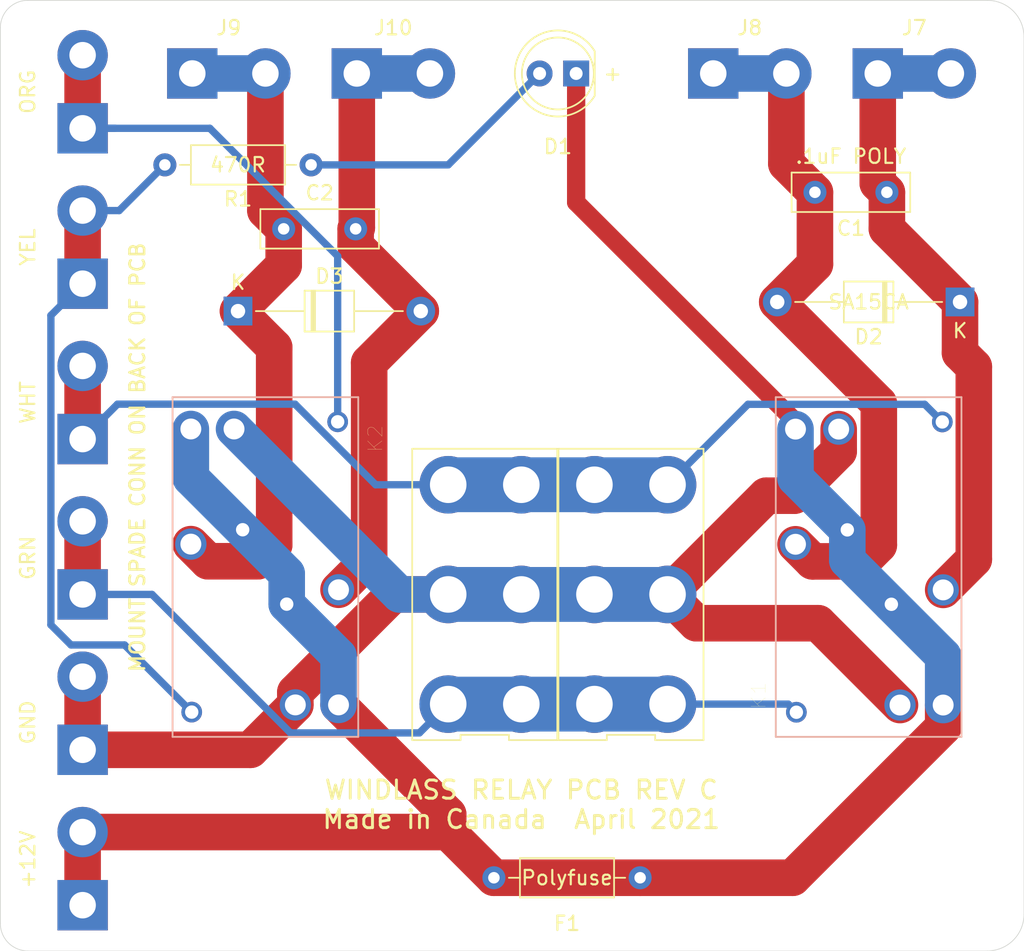
<source format=kicad_pcb>
(kicad_pcb (version 20171130) (host pcbnew "(5.1.9)-1")

  (general
    (thickness 1.6)
    (drawings 22)
    (tracks 111)
    (zones 0)
    (modules 21)
    (nets 12)
  )

  (page A4)
  (layers
    (0 F.Cu signal)
    (31 B.Cu signal)
    (32 B.Adhes user hide)
    (33 F.Adhes user hide)
    (34 B.Paste user hide)
    (35 F.Paste user hide)
    (36 B.SilkS user)
    (37 F.SilkS user)
    (38 B.Mask user hide)
    (39 F.Mask user hide)
    (40 Dwgs.User user hide)
    (41 Cmts.User user hide)
    (42 Eco1.User user hide)
    (43 Eco2.User user hide)
    (44 Edge.Cuts user)
    (45 Margin user hide)
    (46 B.CrtYd user hide)
    (47 F.CrtYd user hide)
    (48 B.Fab user)
    (49 F.Fab user hide)
  )

  (setup
    (last_trace_width 2.54)
    (user_trace_width 0.508)
    (user_trace_width 1.27)
    (user_trace_width 2.54)
    (user_trace_width 3.81)
    (trace_clearance 0.2)
    (zone_clearance 0.508)
    (zone_45_only no)
    (trace_min 0.2)
    (via_size 0.8)
    (via_drill 0.4)
    (via_min_size 0.4)
    (via_min_drill 0.3)
    (uvia_size 0.3)
    (uvia_drill 0.1)
    (uvias_allowed no)
    (uvia_min_size 0.2)
    (uvia_min_drill 0.1)
    (edge_width 0.05)
    (segment_width 0.2)
    (pcb_text_width 0.3)
    (pcb_text_size 1.5 1.5)
    (mod_edge_width 0.12)
    (mod_text_size 1 1)
    (mod_text_width 0.15)
    (pad_size 3.50012 3.50012)
    (pad_drill 1.50114)
    (pad_to_mask_clearance 0.051)
    (solder_mask_min_width 0.25)
    (aux_axis_origin 0 0)
    (visible_elements 7FFFFFFF)
    (pcbplotparams
      (layerselection 0x010ec_ffffffff)
      (usegerberextensions false)
      (usegerberattributes false)
      (usegerberadvancedattributes false)
      (creategerberjobfile false)
      (excludeedgelayer true)
      (linewidth 0.100000)
      (plotframeref false)
      (viasonmask false)
      (mode 1)
      (useauxorigin false)
      (hpglpennumber 1)
      (hpglpenspeed 20)
      (hpglpendiameter 15.000000)
      (psnegative false)
      (psa4output false)
      (plotreference true)
      (plotvalue true)
      (plotinvisibletext false)
      (padsonsilk false)
      (subtractmaskfromsilk false)
      (outputformat 1)
      (mirror false)
      (drillshape 0)
      (scaleselection 1)
      (outputdirectory ""))
  )

  (net 0 "")
  (net 1 "Net-(C1-Pad1)")
  (net 2 "Net-(C1-Pad2)")
  (net 3 +12V)
  (net 4 "Net-(D1-Pad2)")
  (net 5 GNDREF)
  (net 6 "Net-(J3-Pad1)")
  (net 7 "Net-(J4-Pad1)")
  (net 8 "Net-(J5-Pad1)")
  (net 9 "Net-(C2-Pad2)")
  (net 10 "Net-(C2-Pad1)")
  (net 11 "Net-(J6-Pad1)")

  (net_class Default "This is the default net class."
    (clearance 0.2)
    (trace_width 0.25)
    (via_dia 0.8)
    (via_drill 0.4)
    (uvia_dia 0.3)
    (uvia_drill 0.1)
    (add_net +12V)
    (add_net GNDREF)
    (add_net "Net-(C1-Pad1)")
    (add_net "Net-(C1-Pad2)")
    (add_net "Net-(C2-Pad1)")
    (add_net "Net-(C2-Pad2)")
    (add_net "Net-(D1-Pad2)")
    (add_net "Net-(J3-Pad1)")
    (add_net "Net-(J4-Pad1)")
    (add_net "Net-(J5-Pad1)")
    (add_net "Net-(J6-Pad1)")
  )

  (module "IML parts:250spadeconn" (layer F.Cu) (tedit 607B2E1F) (tstamp 5ECDDC1D)
    (at 124.46 65.405)
    (descr "Wire solder connection")
    (tags connector)
    (path /5ED62514)
    (fp_text reference J7 (at 2.54 -3.175) (layer F.SilkS)
      (effects (font (size 1 1) (thickness 0.15)))
    )
    (fp_text value A (at 2.54 3.81) (layer F.Fab)
      (effects (font (size 1 1) (thickness 0.15)))
    )
    (fp_text user %R (at 2.54 0) (layer F.Fab)
      (effects (font (size 1 1) (thickness 0.15)))
    )
    (fp_line (start 7.33 2.25) (end -2.25 2.25) (layer F.CrtYd) (width 0.05))
    (fp_line (start 7.33 2.25) (end 7.33 -2.25) (layer F.CrtYd) (width 0.05))
    (fp_line (start -2.25 -2.25) (end -2.25 2.25) (layer F.CrtYd) (width 0.05))
    (fp_line (start -2.25 -2.25) (end 7.33 -2.25) (layer F.CrtYd) (width 0.05))
    (pad 1 thru_hole circle (at 5.08 0) (size 3.50012 3.50012) (drill 1.84) (layers *.Cu *.Mask)
      (net 1 "Net-(C1-Pad1)"))
    (pad 1 thru_hole rect (at 0 0) (size 3.50012 3.50012) (drill 1.84) (layers *.Cu *.Mask)
      (net 1 "Net-(C1-Pad1)"))
  )

  (module "IML parts:250spadeconn" (layer F.Cu) (tedit 607B2E1F) (tstamp 5ECDDC28)
    (at 113.03 65.405)
    (descr "Wire solder connection")
    (tags connector)
    (path /5ED6299A)
    (fp_text reference J8 (at 2.54 -3.175) (layer F.SilkS)
      (effects (font (size 1 1) (thickness 0.15)))
    )
    (fp_text value B (at 2.54 3.81) (layer F.Fab)
      (effects (font (size 1 1) (thickness 0.15)))
    )
    (fp_text user %R (at 2.54 0) (layer F.Fab)
      (effects (font (size 1 1) (thickness 0.15)))
    )
    (fp_line (start 7.33 2.25) (end -2.25 2.25) (layer F.CrtYd) (width 0.05))
    (fp_line (start 7.33 2.25) (end 7.33 -2.25) (layer F.CrtYd) (width 0.05))
    (fp_line (start -2.25 -2.25) (end -2.25 2.25) (layer F.CrtYd) (width 0.05))
    (fp_line (start -2.25 -2.25) (end 7.33 -2.25) (layer F.CrtYd) (width 0.05))
    (pad 1 thru_hole circle (at 5.08 0) (size 3.50012 3.50012) (drill 1.84) (layers *.Cu *.Mask)
      (net 2 "Net-(C1-Pad2)"))
    (pad 1 thru_hole rect (at 0 0) (size 3.50012 3.50012) (drill 1.84) (layers *.Cu *.Mask)
      (net 2 "Net-(C1-Pad2)"))
  )

  (module "IML parts:250spadeconn" (layer F.Cu) (tedit 607B2E1F) (tstamp 607BEF3A)
    (at 88.265 65.405)
    (descr "Wire solder connection")
    (tags connector)
    (path /607FF9D0)
    (fp_text reference J10 (at 2.54 -3.175) (layer F.SilkS)
      (effects (font (size 1 1) (thickness 0.15)))
    )
    (fp_text value B (at 2.54 3.81) (layer F.Fab)
      (effects (font (size 1 1) (thickness 0.15)))
    )
    (fp_text user %R (at 2.54 0) (layer F.Fab)
      (effects (font (size 1 1) (thickness 0.15)))
    )
    (fp_line (start 7.33 2.25) (end -2.25 2.25) (layer F.CrtYd) (width 0.05))
    (fp_line (start 7.33 2.25) (end 7.33 -2.25) (layer F.CrtYd) (width 0.05))
    (fp_line (start -2.25 -2.25) (end -2.25 2.25) (layer F.CrtYd) (width 0.05))
    (fp_line (start -2.25 -2.25) (end 7.33 -2.25) (layer F.CrtYd) (width 0.05))
    (pad 1 thru_hole circle (at 5.08 0) (size 3.50012 3.50012) (drill 1.84) (layers *.Cu *.Mask)
      (net 9 "Net-(C2-Pad2)"))
    (pad 1 thru_hole rect (at 0 0) (size 3.50012 3.50012) (drill 1.84) (layers *.Cu *.Mask)
      (net 9 "Net-(C2-Pad2)"))
  )

  (module "IML parts:250spadeconn" (layer F.Cu) (tedit 607B2E1F) (tstamp 607BEF2F)
    (at 76.835 65.405)
    (descr "Wire solder connection")
    (tags connector)
    (path /607FF9C6)
    (fp_text reference J9 (at 2.54 -3.175) (layer F.SilkS)
      (effects (font (size 1 1) (thickness 0.15)))
    )
    (fp_text value A (at 2.54 3.81) (layer F.Fab)
      (effects (font (size 1 1) (thickness 0.15)))
    )
    (fp_text user %R (at 2.54 0) (layer F.Fab)
      (effects (font (size 1 1) (thickness 0.15)))
    )
    (fp_line (start 7.33 2.25) (end -2.25 2.25) (layer F.CrtYd) (width 0.05))
    (fp_line (start 7.33 2.25) (end 7.33 -2.25) (layer F.CrtYd) (width 0.05))
    (fp_line (start -2.25 -2.25) (end -2.25 2.25) (layer F.CrtYd) (width 0.05))
    (fp_line (start -2.25 -2.25) (end 7.33 -2.25) (layer F.CrtYd) (width 0.05))
    (pad 1 thru_hole circle (at 5.08 0) (size 3.50012 3.50012) (drill 1.84) (layers *.Cu *.Mask)
      (net 10 "Net-(C2-Pad1)"))
    (pad 1 thru_hole rect (at 0 0) (size 3.50012 3.50012) (drill 1.84) (layers *.Cu *.Mask)
      (net 10 "Net-(C2-Pad1)"))
  )

  (module "IML parts:250spadeconn" (layer F.Cu) (tedit 607B2E1F) (tstamp 5ECDDBE6)
    (at 69.215 123.19 90)
    (descr "Wire solder connection")
    (tags connector)
    (path /5ED3A48C)
    (fp_text reference J1 (at -3.175 0 180) (layer F.Fab)
      (effects (font (size 1 1) (thickness 0.15)))
    )
    (fp_text value +12V (at 3.175 -3.81 90) (layer F.SilkS)
      (effects (font (size 1 1) (thickness 0.15)))
    )
    (fp_text user %R (at 2.54 0 90) (layer F.Fab)
      (effects (font (size 1 1) (thickness 0.15)))
    )
    (fp_line (start 7.33 2.25) (end -2.25 2.25) (layer F.CrtYd) (width 0.05))
    (fp_line (start 7.33 2.25) (end 7.33 -2.25) (layer F.CrtYd) (width 0.05))
    (fp_line (start -2.25 -2.25) (end -2.25 2.25) (layer F.CrtYd) (width 0.05))
    (fp_line (start -2.25 -2.25) (end 7.33 -2.25) (layer F.CrtYd) (width 0.05))
    (pad 1 thru_hole circle (at 5.08 0 90) (size 3.50012 3.50012) (drill 1.84) (layers *.Cu *.Mask)
      (net 3 +12V))
    (pad 1 thru_hole rect (at 0 0 90) (size 3.50012 3.50012) (drill 1.84) (layers *.Cu *.Mask)
      (net 3 +12V))
  )

  (module "IML parts:250spadeconn" (layer F.Cu) (tedit 607B2E1F) (tstamp 5ECDDBF1)
    (at 69.215 112.395 90)
    (descr "Wire solder connection")
    (tags connector)
    (path /5ED3AAC2)
    (fp_text reference J2 (at -3.175 0 180) (layer F.Fab)
      (effects (font (size 1 1) (thickness 0.15)))
    )
    (fp_text value GND (at 1.905 -3.81 90) (layer F.SilkS)
      (effects (font (size 1 1) (thickness 0.15)))
    )
    (fp_text user %R (at 2.54 0 90) (layer F.Fab)
      (effects (font (size 1 1) (thickness 0.15)))
    )
    (fp_line (start 7.33 2.25) (end -2.25 2.25) (layer F.CrtYd) (width 0.05))
    (fp_line (start 7.33 2.25) (end 7.33 -2.25) (layer F.CrtYd) (width 0.05))
    (fp_line (start -2.25 -2.25) (end -2.25 2.25) (layer F.CrtYd) (width 0.05))
    (fp_line (start -2.25 -2.25) (end 7.33 -2.25) (layer F.CrtYd) (width 0.05))
    (pad 1 thru_hole circle (at 5.08 0 90) (size 3.50012 3.50012) (drill 1.84) (layers *.Cu *.Mask)
      (net 5 GNDREF))
    (pad 1 thru_hole rect (at 0 0 90) (size 3.50012 3.50012) (drill 1.84) (layers *.Cu *.Mask)
      (net 5 GNDREF))
  )

  (module "IML parts:250spadeconn" (layer F.Cu) (tedit 607B2E1F) (tstamp 5ECDDBFC)
    (at 69.215 101.6 90)
    (descr "Wire solder connection")
    (tags connector)
    (path /5ED3B239)
    (fp_text reference J3 (at -3.175 0 180) (layer F.Fab)
      (effects (font (size 1 1) (thickness 0.15)))
    )
    (fp_text value GRN (at 2.54 -3.81 90) (layer F.SilkS)
      (effects (font (size 1 1) (thickness 0.15)))
    )
    (fp_text user %R (at 2.54 0 90) (layer F.Fab)
      (effects (font (size 1 1) (thickness 0.15)))
    )
    (fp_line (start 7.33 2.25) (end -2.25 2.25) (layer F.CrtYd) (width 0.05))
    (fp_line (start 7.33 2.25) (end 7.33 -2.25) (layer F.CrtYd) (width 0.05))
    (fp_line (start -2.25 -2.25) (end -2.25 2.25) (layer F.CrtYd) (width 0.05))
    (fp_line (start -2.25 -2.25) (end 7.33 -2.25) (layer F.CrtYd) (width 0.05))
    (pad 1 thru_hole circle (at 5.08 0 90) (size 3.50012 3.50012) (drill 1.84) (layers *.Cu *.Mask)
      (net 6 "Net-(J3-Pad1)"))
    (pad 1 thru_hole rect (at 0 0 90) (size 3.50012 3.50012) (drill 1.84) (layers *.Cu *.Mask)
      (net 6 "Net-(J3-Pad1)"))
  )

  (module "IML parts:250spadeconn" (layer F.Cu) (tedit 607B2E1F) (tstamp 5ECDDC07)
    (at 69.215 90.805 90)
    (descr "Wire solder connection")
    (tags connector)
    (path /5ED3B8E2)
    (fp_text reference J4 (at -3.175 0 180) (layer F.Fab)
      (effects (font (size 1 1) (thickness 0.15)))
    )
    (fp_text value WHT (at 2.54 -3.81 90) (layer F.SilkS)
      (effects (font (size 1 1) (thickness 0.15)))
    )
    (fp_text user %R (at 2.54 0 90) (layer F.Fab)
      (effects (font (size 1 1) (thickness 0.15)))
    )
    (fp_line (start 7.33 2.25) (end -2.25 2.25) (layer F.CrtYd) (width 0.05))
    (fp_line (start 7.33 2.25) (end 7.33 -2.25) (layer F.CrtYd) (width 0.05))
    (fp_line (start -2.25 -2.25) (end -2.25 2.25) (layer F.CrtYd) (width 0.05))
    (fp_line (start -2.25 -2.25) (end 7.33 -2.25) (layer F.CrtYd) (width 0.05))
    (pad 1 thru_hole circle (at 5.08 0 90) (size 3.50012 3.50012) (drill 1.84) (layers *.Cu *.Mask)
      (net 7 "Net-(J4-Pad1)"))
    (pad 1 thru_hole rect (at 0 0 90) (size 3.50012 3.50012) (drill 1.84) (layers *.Cu *.Mask)
      (net 7 "Net-(J4-Pad1)"))
  )

  (module "IML parts:250spadeconn" (layer F.Cu) (tedit 607B2E1F) (tstamp 5ECDDC12)
    (at 69.215 80.01 90)
    (descr "Wire solder connection")
    (tags connector)
    (path /5ED3BF67)
    (fp_text reference J5 (at -3.175 0 180) (layer F.Fab)
      (effects (font (size 1 1) (thickness 0.15)))
    )
    (fp_text value YEL (at 2.54 -3.81 90) (layer F.SilkS)
      (effects (font (size 1 1) (thickness 0.15)))
    )
    (fp_text user %R (at 2.54 0 90) (layer F.Fab)
      (effects (font (size 1 1) (thickness 0.15)))
    )
    (fp_line (start 7.33 2.25) (end -2.25 2.25) (layer F.CrtYd) (width 0.05))
    (fp_line (start 7.33 2.25) (end 7.33 -2.25) (layer F.CrtYd) (width 0.05))
    (fp_line (start -2.25 -2.25) (end -2.25 2.25) (layer F.CrtYd) (width 0.05))
    (fp_line (start -2.25 -2.25) (end 7.33 -2.25) (layer F.CrtYd) (width 0.05))
    (pad 1 thru_hole circle (at 5.08 0 90) (size 3.50012 3.50012) (drill 1.84) (layers *.Cu *.Mask)
      (net 8 "Net-(J5-Pad1)"))
    (pad 1 thru_hole rect (at 0 0 90) (size 3.50012 3.50012) (drill 1.84) (layers *.Cu *.Mask)
      (net 8 "Net-(J5-Pad1)"))
  )

  (module "IML parts:250spadeconn" (layer F.Cu) (tedit 607B2E1F) (tstamp 607BEF10)
    (at 69.215 69.215 90)
    (descr "Wire solder connection")
    (tags connector)
    (path /6080B71E)
    (fp_text reference J6 (at -3.175 0 180) (layer F.Fab)
      (effects (font (size 1 1) (thickness 0.15)))
    )
    (fp_text value ORG (at 2.54 -3.81 90) (layer F.SilkS)
      (effects (font (size 1 1) (thickness 0.15)))
    )
    (fp_text user %R (at 2.54 0 90) (layer F.Fab)
      (effects (font (size 1 1) (thickness 0.15)))
    )
    (fp_line (start 7.33 2.25) (end -2.25 2.25) (layer F.CrtYd) (width 0.05))
    (fp_line (start 7.33 2.25) (end 7.33 -2.25) (layer F.CrtYd) (width 0.05))
    (fp_line (start -2.25 -2.25) (end -2.25 2.25) (layer F.CrtYd) (width 0.05))
    (fp_line (start -2.25 -2.25) (end 7.33 -2.25) (layer F.CrtYd) (width 0.05))
    (pad 1 thru_hole circle (at 5.08 0 90) (size 3.50012 3.50012) (drill 1.84) (layers *.Cu *.Mask)
      (net 11 "Net-(J6-Pad1)"))
    (pad 1 thru_hole rect (at 0 0 90) (size 3.50012 3.50012) (drill 1.84) (layers *.Cu *.Mask)
      (net 11 "Net-(J6-Pad1)"))
  )

  (module V23086C2001A403:RELAY_V23086C2001A403 (layer F.Cu) (tedit 607B1217) (tstamp 607BEF86)
    (at 81.915 99.695 270)
    (path /607FF9DF)
    (fp_text reference K2 (at -8.927725 -7.637335 90) (layer F.SilkS)
      (effects (font (size 1.000307 1.000307) (thickness 0.015)))
    )
    (fp_text value "V23086 relay" (at 1.23562 7.46874 90) (layer F.Fab)
      (effects (font (size 1.000504 1.000504) (thickness 0.015)))
    )
    (fp_line (start 11.8 6.45) (end 11.8 -6.45) (layer F.Fab) (width 0.127))
    (fp_line (start 11.8 -6.45) (end -11.8 -6.45) (layer F.Fab) (width 0.127))
    (fp_line (start -11.8 -6.45) (end -11.8 6.45) (layer F.Fab) (width 0.127))
    (fp_line (start -11.8 6.45) (end 11.8 6.45) (layer F.Fab) (width 0.127))
    (fp_line (start 11.8 -6.45) (end -11.8 -6.45) (layer B.SilkS) (width 0.127))
    (fp_line (start -11.8 -6.45) (end -11.8 6.45) (layer B.SilkS) (width 0.127))
    (fp_line (start -11.8 6.45) (end 11.8 6.45) (layer B.SilkS) (width 0.127))
    (fp_line (start 11.8 6.45) (end 11.8 -6.45) (layer B.SilkS) (width 0.127))
    (fp_line (start -12.05 6.7) (end -12.05 -6.7) (layer F.CrtYd) (width 0.05))
    (fp_line (start -12.05 -6.7) (end 12.05 -6.7) (layer F.CrtYd) (width 0.05))
    (fp_line (start 12.05 -6.7) (end 12.05 6.7) (layer F.CrtYd) (width 0.05))
    (fp_line (start 12.05 6.7) (end -12.05 6.7) (layer F.CrtYd) (width 0.05))
    (pad 22 thru_hole circle (at -10.09 -5.02 270) (size 1.438 1.438) (drill 0.93) (layers *.Cu *.Mask)
      (net 11 "Net-(J6-Pad1)"))
    (pad 21 thru_hole circle (at -2.59 1.58 270) (size 1.438 1.438) (drill 0.93) (layers *.Cu *.Mask)
      (net 3 +12V))
    (pad 11 thru_hole circle (at 2.58 -1.48 270) (size 1.438 1.438) (drill 0.93) (layers *.Cu *.Mask)
      (net 3 +12V))
    (pad 12 thru_hole circle (at 10.08 5.12 270) (size 1.438 1.438) (drill 0.93) (layers *.Cu *.Mask)
      (net 8 "Net-(J5-Pad1)"))
    (pad 13 thru_hole circle (at 9.58 -5.08 270) (size 2.175 2.175) (drill 1.45) (layers *.Cu *.Mask)
      (net 3 +12V))
    (pad 14 thru_hole circle (at 1.58 -5.08 270) (size 2.175 2.175) (drill 1.45) (layers *.Cu *.Mask)
      (net 9 "Net-(C2-Pad2)"))
    (pad 15 thru_hole circle (at 9.58 -2.08 270) (size 2.175 2.175) (drill 1.45) (layers *.Cu *.Mask)
      (net 5 GNDREF))
    (pad 23 thru_hole circle (at -9.59 5.18 270) (size 2.175 2.175) (drill 1.45) (layers *.Cu *.Mask)
      (net 3 +12V))
    (pad 24 thru_hole circle (at -1.59 5.18 270) (size 2.175 2.175) (drill 1.45) (layers *.Cu *.Mask)
      (net 10 "Net-(C2-Pad1)"))
    (pad 25 thru_hole circle (at -9.59 2.18 270) (size 2.175 2.175) (drill 1.45) (layers *.Cu *.Mask)
      (net 5 GNDREF))
  )

  (module Diode_THT:D_T-1_P12.70mm_Horizontal (layer F.Cu) (tedit 5AE50CD5) (tstamp 607BEE75)
    (at 80.01 81.915)
    (descr "Diode, T-1 series, Axial, Horizontal, pin pitch=12.7mm, , length*diameter=3.2*2.6mm^2, , http://www.diodes.com/_files/packages/T-1.pdf")
    (tags "Diode T-1 series Axial Horizontal pin pitch 12.7mm  length 3.2mm diameter 2.6mm")
    (path /607FF9A8)
    (fp_text reference D3 (at 6.35 -2.42) (layer F.SilkS)
      (effects (font (size 1 1) (thickness 0.15)))
    )
    (fp_text value SA15CA (at 6.35 2.42) (layer F.Fab)
      (effects (font (size 1 1) (thickness 0.15)))
    )
    (fp_text user K (at 0 -2) (layer F.SilkS)
      (effects (font (size 1 1) (thickness 0.15)))
    )
    (fp_text user K (at 0 -2) (layer F.Fab)
      (effects (font (size 1 1) (thickness 0.15)))
    )
    (fp_text user %R (at 6.59 0) (layer F.Fab)
      (effects (font (size 0.64 0.64) (thickness 0.096)))
    )
    (fp_line (start 4.75 -1.3) (end 4.75 1.3) (layer F.Fab) (width 0.1))
    (fp_line (start 4.75 1.3) (end 7.95 1.3) (layer F.Fab) (width 0.1))
    (fp_line (start 7.95 1.3) (end 7.95 -1.3) (layer F.Fab) (width 0.1))
    (fp_line (start 7.95 -1.3) (end 4.75 -1.3) (layer F.Fab) (width 0.1))
    (fp_line (start 0 0) (end 4.75 0) (layer F.Fab) (width 0.1))
    (fp_line (start 12.7 0) (end 7.95 0) (layer F.Fab) (width 0.1))
    (fp_line (start 5.23 -1.3) (end 5.23 1.3) (layer F.Fab) (width 0.1))
    (fp_line (start 5.33 -1.3) (end 5.33 1.3) (layer F.Fab) (width 0.1))
    (fp_line (start 5.13 -1.3) (end 5.13 1.3) (layer F.Fab) (width 0.1))
    (fp_line (start 4.63 -1.42) (end 4.63 1.42) (layer F.SilkS) (width 0.12))
    (fp_line (start 4.63 1.42) (end 8.07 1.42) (layer F.SilkS) (width 0.12))
    (fp_line (start 8.07 1.42) (end 8.07 -1.42) (layer F.SilkS) (width 0.12))
    (fp_line (start 8.07 -1.42) (end 4.63 -1.42) (layer F.SilkS) (width 0.12))
    (fp_line (start 1.24 0) (end 4.63 0) (layer F.SilkS) (width 0.12))
    (fp_line (start 11.46 0) (end 8.07 0) (layer F.SilkS) (width 0.12))
    (fp_line (start 5.23 -1.42) (end 5.23 1.42) (layer F.SilkS) (width 0.12))
    (fp_line (start 5.35 -1.42) (end 5.35 1.42) (layer F.SilkS) (width 0.12))
    (fp_line (start 5.11 -1.42) (end 5.11 1.42) (layer F.SilkS) (width 0.12))
    (fp_line (start -1.25 -1.55) (end -1.25 1.55) (layer F.CrtYd) (width 0.05))
    (fp_line (start -1.25 1.55) (end 13.95 1.55) (layer F.CrtYd) (width 0.05))
    (fp_line (start 13.95 1.55) (end 13.95 -1.55) (layer F.CrtYd) (width 0.05))
    (fp_line (start 13.95 -1.55) (end -1.25 -1.55) (layer F.CrtYd) (width 0.05))
    (pad 2 thru_hole oval (at 12.7 0) (size 2 2) (drill 1) (layers *.Cu *.Mask)
      (net 9 "Net-(C2-Pad2)"))
    (pad 1 thru_hole rect (at 0 0) (size 2 2) (drill 1) (layers *.Cu *.Mask)
      (net 10 "Net-(C2-Pad1)"))
    (model ${KISYS3DMOD}/Diode_THT.3dshapes/D_T-1_P12.70mm_Horizontal.wrl
      (at (xyz 0 0 0))
      (scale (xyz 1 1 1))
      (rotate (xyz 0 0 0))
    )
  )

  (module Capacitor_THT:C_Disc_D8.0mm_W2.5mm_P5.00mm (layer F.Cu) (tedit 5AE50EF0) (tstamp 607BEDF8)
    (at 83.185 76.2)
    (descr "C, Disc series, Radial, pin pitch=5.00mm, , diameter*width=8*2.5mm^2, Capacitor, http://cdn-reichelt.de/documents/datenblatt/B300/DS_KERKO_TC.pdf")
    (tags "C Disc series Radial pin pitch 5.00mm  diameter 8mm width 2.5mm Capacitor")
    (path /607FF9B2)
    (fp_text reference C2 (at 2.5 -2.5) (layer F.SilkS)
      (effects (font (size 1 1) (thickness 0.15)))
    )
    (fp_text value ".1uF POLY" (at 2.5 2.5) (layer F.Fab)
      (effects (font (size 1 1) (thickness 0.15)))
    )
    (fp_text user %R (at 2.5 0) (layer F.Fab)
      (effects (font (size 1 1) (thickness 0.15)))
    )
    (fp_line (start -1.5 -1.25) (end -1.5 1.25) (layer F.Fab) (width 0.1))
    (fp_line (start -1.5 1.25) (end 6.5 1.25) (layer F.Fab) (width 0.1))
    (fp_line (start 6.5 1.25) (end 6.5 -1.25) (layer F.Fab) (width 0.1))
    (fp_line (start 6.5 -1.25) (end -1.5 -1.25) (layer F.Fab) (width 0.1))
    (fp_line (start -1.62 -1.37) (end 6.62 -1.37) (layer F.SilkS) (width 0.12))
    (fp_line (start -1.62 1.37) (end 6.62 1.37) (layer F.SilkS) (width 0.12))
    (fp_line (start -1.62 -1.37) (end -1.62 1.37) (layer F.SilkS) (width 0.12))
    (fp_line (start 6.62 -1.37) (end 6.62 1.37) (layer F.SilkS) (width 0.12))
    (fp_line (start -1.75 -1.5) (end -1.75 1.5) (layer F.CrtYd) (width 0.05))
    (fp_line (start -1.75 1.5) (end 6.75 1.5) (layer F.CrtYd) (width 0.05))
    (fp_line (start 6.75 1.5) (end 6.75 -1.5) (layer F.CrtYd) (width 0.05))
    (fp_line (start 6.75 -1.5) (end -1.75 -1.5) (layer F.CrtYd) (width 0.05))
    (pad 2 thru_hole circle (at 5 0) (size 1.6 1.6) (drill 0.8) (layers *.Cu *.Mask)
      (net 9 "Net-(C2-Pad2)"))
    (pad 1 thru_hole circle (at 0 0) (size 1.6 1.6) (drill 0.8) (layers *.Cu *.Mask)
      (net 10 "Net-(C2-Pad1)"))
    (model ${KISYS3DMOD}/Capacitor_THT.3dshapes/C_Disc_D8.0mm_W2.5mm_P5.00mm.wrl
      (at (xyz 0 0 0))
      (scale (xyz 1 1 1))
      (rotate (xyz 0 0 0))
    )
  )

  (module V23086C2001A403:RELAY_V23086C2001A403 (layer F.Cu) (tedit 607B1217) (tstamp 607BD947)
    (at 123.825 99.695 90)
    (path /5ED3CEEA)
    (fp_text reference K1 (at -8.927725 -7.637335 90) (layer F.SilkS)
      (effects (font (size 1.000307 1.000307) (thickness 0.015)))
    )
    (fp_text value "V23086 relay" (at 1.23562 7.46874 90) (layer F.Fab)
      (effects (font (size 1.000504 1.000504) (thickness 0.015)))
    )
    (fp_line (start 11.8 6.45) (end 11.8 -6.45) (layer F.Fab) (width 0.127))
    (fp_line (start 11.8 -6.45) (end -11.8 -6.45) (layer F.Fab) (width 0.127))
    (fp_line (start -11.8 -6.45) (end -11.8 6.45) (layer F.Fab) (width 0.127))
    (fp_line (start -11.8 6.45) (end 11.8 6.45) (layer F.Fab) (width 0.127))
    (fp_line (start 11.8 -6.45) (end -11.8 -6.45) (layer B.SilkS) (width 0.127))
    (fp_line (start -11.8 -6.45) (end -11.8 6.45) (layer B.SilkS) (width 0.127))
    (fp_line (start -11.8 6.45) (end 11.8 6.45) (layer B.SilkS) (width 0.127))
    (fp_line (start 11.8 6.45) (end 11.8 -6.45) (layer B.SilkS) (width 0.127))
    (fp_line (start -12.05 6.7) (end -12.05 -6.7) (layer F.CrtYd) (width 0.05))
    (fp_line (start -12.05 -6.7) (end 12.05 -6.7) (layer F.CrtYd) (width 0.05))
    (fp_line (start 12.05 -6.7) (end 12.05 6.7) (layer F.CrtYd) (width 0.05))
    (fp_line (start 12.05 6.7) (end -12.05 6.7) (layer F.CrtYd) (width 0.05))
    (pad 22 thru_hole circle (at -10.09 -5.02 90) (size 1.438 1.438) (drill 0.93) (layers *.Cu *.Mask)
      (net 6 "Net-(J3-Pad1)"))
    (pad 21 thru_hole circle (at -2.59 1.58 90) (size 1.438 1.438) (drill 0.93) (layers *.Cu *.Mask)
      (net 3 +12V))
    (pad 11 thru_hole circle (at 2.58 -1.48 90) (size 1.438 1.438) (drill 0.93) (layers *.Cu *.Mask)
      (net 3 +12V))
    (pad 12 thru_hole circle (at 10.08 5.12 90) (size 1.438 1.438) (drill 0.93) (layers *.Cu *.Mask)
      (net 7 "Net-(J4-Pad1)"))
    (pad 13 thru_hole circle (at 9.58 -5.08 90) (size 2.175 2.175) (drill 1.45) (layers *.Cu *.Mask)
      (net 3 +12V))
    (pad 14 thru_hole circle (at 1.58 -5.08 90) (size 2.175 2.175) (drill 1.45) (layers *.Cu *.Mask)
      (net 2 "Net-(C1-Pad2)"))
    (pad 15 thru_hole circle (at 9.58 -2.08 90) (size 2.175 2.175) (drill 1.45) (layers *.Cu *.Mask)
      (net 5 GNDREF))
    (pad 23 thru_hole circle (at -9.59 5.18 90) (size 2.175 2.175) (drill 1.45) (layers *.Cu *.Mask)
      (net 3 +12V))
    (pad 24 thru_hole circle (at -1.59 5.18 90) (size 2.175 2.175) (drill 1.45) (layers *.Cu *.Mask)
      (net 1 "Net-(C1-Pad1)"))
    (pad 25 thru_hole circle (at -9.59 2.18 90) (size 2.175 2.175) (drill 1.45) (layers *.Cu *.Mask)
      (net 5 GNDREF))
  )

  (module Resistor_THT:R_Axial_DIN0207_L6.3mm_D2.5mm_P10.16mm_Horizontal (layer F.Cu) (tedit 5AE5139B) (tstamp 5ECDDC67)
    (at 85.09 71.755 180)
    (descr "Resistor, Axial_DIN0207 series, Axial, Horizontal, pin pitch=10.16mm, 0.25W = 1/4W, length*diameter=6.3*2.5mm^2, http://cdn-reichelt.de/documents/datenblatt/B400/1_4W%23YAG.pdf")
    (tags "Resistor Axial_DIN0207 series Axial Horizontal pin pitch 10.16mm 0.25W = 1/4W length 6.3mm diameter 2.5mm")
    (path /5ED36825)
    (fp_text reference R1 (at 5.08 -2.37) (layer F.SilkS)
      (effects (font (size 1 1) (thickness 0.15)))
    )
    (fp_text value 470R (at 5.08 0) (layer F.SilkS)
      (effects (font (size 1 1) (thickness 0.15)))
    )
    (fp_line (start 11.21 -1.5) (end -1.05 -1.5) (layer F.CrtYd) (width 0.05))
    (fp_line (start 11.21 1.5) (end 11.21 -1.5) (layer F.CrtYd) (width 0.05))
    (fp_line (start -1.05 1.5) (end 11.21 1.5) (layer F.CrtYd) (width 0.05))
    (fp_line (start -1.05 -1.5) (end -1.05 1.5) (layer F.CrtYd) (width 0.05))
    (fp_line (start 9.12 0) (end 8.35 0) (layer F.SilkS) (width 0.12))
    (fp_line (start 1.04 0) (end 1.81 0) (layer F.SilkS) (width 0.12))
    (fp_line (start 8.35 -1.37) (end 1.81 -1.37) (layer F.SilkS) (width 0.12))
    (fp_line (start 8.35 1.37) (end 8.35 -1.37) (layer F.SilkS) (width 0.12))
    (fp_line (start 1.81 1.37) (end 8.35 1.37) (layer F.SilkS) (width 0.12))
    (fp_line (start 1.81 -1.37) (end 1.81 1.37) (layer F.SilkS) (width 0.12))
    (fp_line (start 10.16 0) (end 8.23 0) (layer F.Fab) (width 0.1))
    (fp_line (start 0 0) (end 1.93 0) (layer F.Fab) (width 0.1))
    (fp_line (start 8.23 -1.25) (end 1.93 -1.25) (layer F.Fab) (width 0.1))
    (fp_line (start 8.23 1.25) (end 8.23 -1.25) (layer F.Fab) (width 0.1))
    (fp_line (start 1.93 1.25) (end 8.23 1.25) (layer F.Fab) (width 0.1))
    (fp_line (start 1.93 -1.25) (end 1.93 1.25) (layer F.Fab) (width 0.1))
    (fp_text user %R (at 5.08 0) (layer F.Fab)
      (effects (font (size 1 1) (thickness 0.15)))
    )
    (pad 1 thru_hole circle (at 0 0 180) (size 1.6 1.6) (drill 0.8) (layers *.Cu *.Mask)
      (net 4 "Net-(D1-Pad2)"))
    (pad 2 thru_hole oval (at 10.16 0 180) (size 1.6 1.6) (drill 0.8) (layers *.Cu *.Mask)
      (net 8 "Net-(J5-Pad1)"))
    (model ${KISYS3DMOD}/Resistor_THT.3dshapes/R_Axial_DIN0207_L6.3mm_D2.5mm_P10.16mm_Horizontal.wrl
      (at (xyz 0 0 0))
      (scale (xyz 1 1 1))
      (rotate (xyz 0 0 0))
    )
  )

  (module Resistor_THT:R_Axial_DIN0207_L6.3mm_D2.5mm_P10.16mm_Horizontal (layer F.Cu) (tedit 5AE5139B) (tstamp 5ECDDBDB)
    (at 97.79 121.285)
    (descr "Resistor, Axial_DIN0207 series, Axial, Horizontal, pin pitch=10.16mm, 0.25W = 1/4W, length*diameter=6.3*2.5mm^2, http://cdn-reichelt.de/documents/datenblatt/B400/1_4W%23YAG.pdf")
    (tags "Resistor Axial_DIN0207 series Axial Horizontal pin pitch 10.16mm 0.25W = 1/4W length 6.3mm diameter 2.5mm")
    (path /5ED3FBFB)
    (fp_text reference F1 (at 5.08 3.175) (layer F.SilkS)
      (effects (font (size 1 1) (thickness 0.15)))
    )
    (fp_text value Polyfuse (at 5.08 0) (layer F.SilkS)
      (effects (font (size 1 1) (thickness 0.15)))
    )
    (fp_line (start 11.21 -1.5) (end -1.05 -1.5) (layer F.CrtYd) (width 0.05))
    (fp_line (start 11.21 1.5) (end 11.21 -1.5) (layer F.CrtYd) (width 0.05))
    (fp_line (start -1.05 1.5) (end 11.21 1.5) (layer F.CrtYd) (width 0.05))
    (fp_line (start -1.05 -1.5) (end -1.05 1.5) (layer F.CrtYd) (width 0.05))
    (fp_line (start 9.12 0) (end 8.35 0) (layer F.SilkS) (width 0.12))
    (fp_line (start 1.04 0) (end 1.81 0) (layer F.SilkS) (width 0.12))
    (fp_line (start 8.35 -1.37) (end 1.81 -1.37) (layer F.SilkS) (width 0.12))
    (fp_line (start 8.35 1.37) (end 8.35 -1.37) (layer F.SilkS) (width 0.12))
    (fp_line (start 1.81 1.37) (end 8.35 1.37) (layer F.SilkS) (width 0.12))
    (fp_line (start 1.81 -1.37) (end 1.81 1.37) (layer F.SilkS) (width 0.12))
    (fp_line (start 10.16 0) (end 8.23 0) (layer F.Fab) (width 0.1))
    (fp_line (start 0 0) (end 1.93 0) (layer F.Fab) (width 0.1))
    (fp_line (start 8.23 -1.25) (end 1.93 -1.25) (layer F.Fab) (width 0.1))
    (fp_line (start 8.23 1.25) (end 8.23 -1.25) (layer F.Fab) (width 0.1))
    (fp_line (start 1.93 1.25) (end 8.23 1.25) (layer F.Fab) (width 0.1))
    (fp_line (start 1.93 -1.25) (end 1.93 1.25) (layer F.Fab) (width 0.1))
    (fp_text user %R (at 5.08 0) (layer F.Fab)
      (effects (font (size 1 1) (thickness 0.15)))
    )
    (pad 1 thru_hole circle (at 0 0) (size 1.6 1.6) (drill 0.8) (layers *.Cu *.Mask)
      (net 3 +12V))
    (pad 2 thru_hole oval (at 10.16 0) (size 1.6 1.6) (drill 0.8) (layers *.Cu *.Mask)
      (net 3 +12V))
    (model ${KISYS3DMOD}/Resistor_THT.3dshapes/R_Axial_DIN0207_L6.3mm_D2.5mm_P10.16mm_Horizontal.wrl
      (at (xyz 0 0 0))
      (scale (xyz 1 1 1))
      (rotate (xyz 0 0 0))
    )
  )

  (module Diode_THT:D_T-1_P12.70mm_Horizontal (layer F.Cu) (tedit 5AE50CD5) (tstamp 5ECDDBC4)
    (at 130.175 81.28 180)
    (descr "Diode, T-1 series, Axial, Horizontal, pin pitch=12.7mm, , length*diameter=3.2*2.6mm^2, , http://www.diodes.com/_files/packages/T-1.pdf")
    (tags "Diode T-1 series Axial Horizontal pin pitch 12.7mm  length 3.2mm diameter 2.6mm")
    (path /5EDF865D)
    (fp_text reference D2 (at 6.35 -2.42) (layer F.SilkS)
      (effects (font (size 1 1) (thickness 0.15)))
    )
    (fp_text value SA15CA (at 6.35 0) (layer F.SilkS)
      (effects (font (size 1 1) (thickness 0.15)))
    )
    (fp_line (start 13.95 -1.55) (end -1.25 -1.55) (layer F.CrtYd) (width 0.05))
    (fp_line (start 13.95 1.55) (end 13.95 -1.55) (layer F.CrtYd) (width 0.05))
    (fp_line (start -1.25 1.55) (end 13.95 1.55) (layer F.CrtYd) (width 0.05))
    (fp_line (start -1.25 -1.55) (end -1.25 1.55) (layer F.CrtYd) (width 0.05))
    (fp_line (start 5.11 -1.42) (end 5.11 1.42) (layer F.SilkS) (width 0.12))
    (fp_line (start 5.35 -1.42) (end 5.35 1.42) (layer F.SilkS) (width 0.12))
    (fp_line (start 5.23 -1.42) (end 5.23 1.42) (layer F.SilkS) (width 0.12))
    (fp_line (start 11.46 0) (end 8.07 0) (layer F.SilkS) (width 0.12))
    (fp_line (start 1.24 0) (end 4.63 0) (layer F.SilkS) (width 0.12))
    (fp_line (start 8.07 -1.42) (end 4.63 -1.42) (layer F.SilkS) (width 0.12))
    (fp_line (start 8.07 1.42) (end 8.07 -1.42) (layer F.SilkS) (width 0.12))
    (fp_line (start 4.63 1.42) (end 8.07 1.42) (layer F.SilkS) (width 0.12))
    (fp_line (start 4.63 -1.42) (end 4.63 1.42) (layer F.SilkS) (width 0.12))
    (fp_line (start 5.13 -1.3) (end 5.13 1.3) (layer F.Fab) (width 0.1))
    (fp_line (start 5.33 -1.3) (end 5.33 1.3) (layer F.Fab) (width 0.1))
    (fp_line (start 5.23 -1.3) (end 5.23 1.3) (layer F.Fab) (width 0.1))
    (fp_line (start 12.7 0) (end 7.95 0) (layer F.Fab) (width 0.1))
    (fp_line (start 0 0) (end 4.75 0) (layer F.Fab) (width 0.1))
    (fp_line (start 7.95 -1.3) (end 4.75 -1.3) (layer F.Fab) (width 0.1))
    (fp_line (start 7.95 1.3) (end 7.95 -1.3) (layer F.Fab) (width 0.1))
    (fp_line (start 4.75 1.3) (end 7.95 1.3) (layer F.Fab) (width 0.1))
    (fp_line (start 4.75 -1.3) (end 4.75 1.3) (layer F.Fab) (width 0.1))
    (fp_text user %R (at 6.59 0) (layer F.Fab)
      (effects (font (size 0.64 0.64) (thickness 0.096)))
    )
    (fp_text user K (at 0 -2) (layer F.Fab)
      (effects (font (size 1 1) (thickness 0.15)))
    )
    (fp_text user K (at 0 -2) (layer F.SilkS)
      (effects (font (size 1 1) (thickness 0.15)))
    )
    (pad 1 thru_hole rect (at 0 0 180) (size 2 2) (drill 1) (layers *.Cu *.Mask)
      (net 1 "Net-(C1-Pad1)"))
    (pad 2 thru_hole oval (at 12.7 0 180) (size 2 2) (drill 1) (layers *.Cu *.Mask)
      (net 2 "Net-(C1-Pad2)"))
    (model ${KISYS3DMOD}/Diode_THT.3dshapes/D_T-1_P12.70mm_Horizontal.wrl
      (at (xyz 0 0 0))
      (scale (xyz 1 1 1))
      (rotate (xyz 0 0 0))
    )
  )

  (module LED_THT:LED_D5.0mm (layer F.Cu) (tedit 5995936A) (tstamp 5ECDDBA5)
    (at 103.505 65.405 180)
    (descr "LED, diameter 5.0mm, 2 pins, http://cdn-reichelt.de/documents/datenblatt/A500/LL-504BC2E-009.pdf")
    (tags "LED diameter 5.0mm 2 pins")
    (path /5ED35DDA)
    (fp_text reference D1 (at 1.27 -5.08 unlocked) (layer F.SilkS)
      (effects (font (size 1 1) (thickness 0.15)))
    )
    (fp_text value LED (at 1.27 3.96) (layer F.Fab) hide
      (effects (font (size 1 1) (thickness 0.15)))
    )
    (fp_line (start 4.5 -3.25) (end -1.95 -3.25) (layer F.CrtYd) (width 0.05))
    (fp_line (start 4.5 3.25) (end 4.5 -3.25) (layer F.CrtYd) (width 0.05))
    (fp_line (start -1.95 3.25) (end 4.5 3.25) (layer F.CrtYd) (width 0.05))
    (fp_line (start -1.95 -3.25) (end -1.95 3.25) (layer F.CrtYd) (width 0.05))
    (fp_line (start -1.29 -1.545) (end -1.29 1.545) (layer F.SilkS) (width 0.12))
    (fp_line (start -1.23 -1.469694) (end -1.23 1.469694) (layer F.Fab) (width 0.1))
    (fp_circle (center 1.27 0) (end 3.77 0) (layer F.SilkS) (width 0.12))
    (fp_circle (center 1.27 0) (end 3.77 0) (layer F.Fab) (width 0.1))
    (fp_arc (start 1.27 0) (end -1.23 -1.469694) (angle 299.1) (layer F.Fab) (width 0.1))
    (fp_arc (start 1.27 0) (end -1.29 -1.54483) (angle 148.9) (layer F.SilkS) (width 0.12))
    (fp_arc (start 1.27 0) (end -1.29 1.54483) (angle -148.9) (layer F.SilkS) (width 0.12))
    (fp_text user %R (at 1.25 0) (layer F.Fab) hide
      (effects (font (size 0.8 0.8) (thickness 0.2)))
    )
    (pad 1 thru_hole rect (at 0 0 180) (size 1.8 1.8) (drill 0.9) (layers *.Cu *.Mask)
      (net 3 +12V))
    (pad 2 thru_hole circle (at 2.54 0 180) (size 1.8 1.8) (drill 0.9) (layers *.Cu *.Mask)
      (net 4 "Net-(D1-Pad2)"))
    (model ${KISYS3DMOD}/LED_THT.3dshapes/LED_D5.0mm.wrl
      (at (xyz 0 0 0))
      (scale (xyz 1 1 1))
      (rotate (xyz 0 0 0))
    )
  )

  (module Capacitor_THT:C_Disc_D8.0mm_W2.5mm_P5.00mm (layer F.Cu) (tedit 5AE50EF0) (tstamp 5ECDDB93)
    (at 125.095 73.66 180)
    (descr "C, Disc series, Radial, pin pitch=5.00mm, , diameter*width=8*2.5mm^2, Capacitor, http://cdn-reichelt.de/documents/datenblatt/B300/DS_KERKO_TC.pdf")
    (tags "C Disc series Radial pin pitch 5.00mm  diameter 8mm width 2.5mm Capacitor")
    (path /5EDFA22E)
    (fp_text reference C1 (at 2.5 -2.5) (layer F.SilkS)
      (effects (font (size 1 1) (thickness 0.15)))
    )
    (fp_text value ".1uF POLY" (at 2.5 2.5) (layer F.SilkS)
      (effects (font (size 1 1) (thickness 0.15)))
    )
    (fp_line (start 6.75 -1.5) (end -1.75 -1.5) (layer F.CrtYd) (width 0.05))
    (fp_line (start 6.75 1.5) (end 6.75 -1.5) (layer F.CrtYd) (width 0.05))
    (fp_line (start -1.75 1.5) (end 6.75 1.5) (layer F.CrtYd) (width 0.05))
    (fp_line (start -1.75 -1.5) (end -1.75 1.5) (layer F.CrtYd) (width 0.05))
    (fp_line (start 6.62 -1.37) (end 6.62 1.37) (layer F.SilkS) (width 0.12))
    (fp_line (start -1.62 -1.37) (end -1.62 1.37) (layer F.SilkS) (width 0.12))
    (fp_line (start -1.62 1.37) (end 6.62 1.37) (layer F.SilkS) (width 0.12))
    (fp_line (start -1.62 -1.37) (end 6.62 -1.37) (layer F.SilkS) (width 0.12))
    (fp_line (start 6.5 -1.25) (end -1.5 -1.25) (layer F.Fab) (width 0.1))
    (fp_line (start 6.5 1.25) (end 6.5 -1.25) (layer F.Fab) (width 0.1))
    (fp_line (start -1.5 1.25) (end 6.5 1.25) (layer F.Fab) (width 0.1))
    (fp_line (start -1.5 -1.25) (end -1.5 1.25) (layer F.Fab) (width 0.1))
    (fp_text user %R (at 2.5 0) (layer F.Fab)
      (effects (font (size 1 1) (thickness 0.15)))
    )
    (pad 1 thru_hole circle (at 0 0 180) (size 1.6 1.6) (drill 0.8) (layers *.Cu *.Mask)
      (net 1 "Net-(C1-Pad1)"))
    (pad 2 thru_hole circle (at 5 0 180) (size 1.6 1.6) (drill 0.8) (layers *.Cu *.Mask)
      (net 2 "Net-(C1-Pad2)"))
    (model ${KISYS3DMOD}/Capacitor_THT.3dshapes/C_Disc_D8.0mm_W2.5mm_P5.00mm.wrl
      (at (xyz 0 0 0))
      (scale (xyz 1 1 1))
      (rotate (xyz 0 0 0))
    )
  )

  (module "IML parts:DPDT_SW" (layer F.Cu) (tedit 5ECD930B) (tstamp 5ECDEBA7)
    (at 107.315 101.6 90)
    (path /5ED72C89)
    (fp_text reference SW1B1 (at -11.12 0) (layer F.Fab)
      (effects (font (size 1 1) (thickness 0.15)))
    )
    (fp_text value SW_DPDT_x2 (at 0 0 90) (layer F.Fab)
      (effects (font (size 1 1) (thickness 0.15)))
    )
    (fp_line (start -10.12 5.039999) (end 10.12 5.04) (layer F.SilkS) (width 0.12))
    (fp_line (start 10.12 5.04) (end 10.12 -5.039999) (layer F.SilkS) (width 0.12))
    (fp_line (start 10.12 -5.039999) (end -10.12 -5.04) (layer F.SilkS) (width 0.12))
    (fp_line (start -10.12 -5.04) (end -10.12 -1.68) (layer F.SilkS) (width 0.12))
    (fp_line (start -10.12 -1.68) (end -9.76 -1.68) (layer F.SilkS) (width 0.12))
    (fp_line (start -9.76 -1.68) (end -9.76 1.679999) (layer F.SilkS) (width 0.12))
    (fp_line (start -9.76 1.679999) (end -10.12 1.679999) (layer F.SilkS) (width 0.12))
    (fp_line (start -10.12 1.679999) (end -10.12 5.039999) (layer F.SilkS) (width 0.12))
    (fp_line (start -9.87 -4.79) (end 9.87 -4.79) (layer F.CrtYd) (width 0.05))
    (fp_line (start 9.87 -4.79) (end 9.87 4.79) (layer F.CrtYd) (width 0.05))
    (fp_line (start 9.87 4.79) (end -9.87 4.79) (layer F.CrtYd) (width 0.05))
    (fp_line (start -9.87 4.79) (end -9.87 -4.79) (layer F.CrtYd) (width 0.05))
    (pad 3 thru_hole circle (at 7.62 2.54 90) (size 4 4) (drill 2.54) (layers *.Cu *.Mask)
      (net 7 "Net-(J4-Pad1)"))
    (pad 3 thru_hole circle (at 7.62 -2.54 90) (size 4 4) (drill 2.54) (layers *.Cu *.Mask)
      (net 7 "Net-(J4-Pad1)"))
    (pad 2 thru_hole circle (at 0 2.54 90) (size 4 4) (drill 2.54) (layers *.Cu *.Mask)
      (net 5 GNDREF))
    (pad 2 thru_hole circle (at 0 -2.54 90) (size 4 4) (drill 2.54) (layers *.Cu *.Mask)
      (net 5 GNDREF))
    (pad 1 thru_hole circle (at -7.62 2.54 90) (size 4 4) (drill 2.54) (layers *.Cu *.Mask)
      (net 6 "Net-(J3-Pad1)"))
    (pad 1 thru_hole circle (at -7.62 -2.54 90) (size 4 4) (drill 2.54) (layers *.Cu *.Mask)
      (net 6 "Net-(J3-Pad1)"))
  )

  (module "IML parts:DPDT_SW" (layer F.Cu) (tedit 5ECD96D1) (tstamp 5ECDDC94)
    (at 97.155 101.6 90)
    (path /5ED31F61)
    (fp_text reference SW1 (at -11.12 0) (layer F.Fab)
      (effects (font (size 1 1) (thickness 0.15)))
    )
    (fp_text value SW_DPDT_x2 (at 0 0 90) (layer F.Fab)
      (effects (font (size 1 1) (thickness 0.15)))
    )
    (fp_line (start -9.87 4.79) (end -9.87 -4.79) (layer F.CrtYd) (width 0.05))
    (fp_line (start 9.87 4.79) (end -9.87 4.79) (layer F.CrtYd) (width 0.05))
    (fp_line (start 9.87 -4.79) (end 9.87 4.79) (layer F.CrtYd) (width 0.05))
    (fp_line (start -9.87 -4.79) (end 9.87 -4.79) (layer F.CrtYd) (width 0.05))
    (fp_line (start -10.12 1.679999) (end -10.12 5.039999) (layer F.SilkS) (width 0.12))
    (fp_line (start -9.76 1.679999) (end -10.12 1.679999) (layer F.SilkS) (width 0.12))
    (fp_line (start -9.76 -1.68) (end -9.76 1.679999) (layer F.SilkS) (width 0.12))
    (fp_line (start -10.12 -1.68) (end -9.76 -1.68) (layer F.SilkS) (width 0.12))
    (fp_line (start -10.12 -5.04) (end -10.12 -1.68) (layer F.SilkS) (width 0.12))
    (fp_line (start 10.12 -5.039999) (end -10.12 -5.04) (layer F.SilkS) (width 0.12))
    (fp_line (start 10.12 5.04) (end 10.12 -5.039999) (layer F.SilkS) (width 0.12))
    (fp_line (start -10.12 5.039999) (end 10.12 5.04) (layer F.SilkS) (width 0.12))
    (pad 1 thru_hole circle (at -7.62 -2.54 90) (size 4 4) (drill 2.54) (layers *.Cu *.Mask)
      (net 6 "Net-(J3-Pad1)"))
    (pad 1 thru_hole circle (at -7.62 2.54 90) (size 4 4) (drill 2.54) (layers *.Cu *.Mask)
      (net 6 "Net-(J3-Pad1)"))
    (pad 2 thru_hole circle (at 0 -2.54 90) (size 4 4) (drill 2.54) (layers *.Cu *.Mask)
      (net 5 GNDREF))
    (pad 2 thru_hole circle (at 0 2.54 90) (size 4 4) (drill 2.54) (layers *.Cu *.Mask)
      (net 5 GNDREF))
    (pad 3 thru_hole circle (at 7.62 -2.54 90) (size 4 4) (drill 2.54) (layers *.Cu *.Mask)
      (net 7 "Net-(J4-Pad1)"))
    (pad 3 thru_hole circle (at 7.62 2.54 90) (size 4 4) (drill 2.54) (layers *.Cu *.Mask)
      (net 7 "Net-(J4-Pad1)"))
  )

  (gr_text + (at 106.045 65.405) (layer F.SilkS)
    (effects (font (size 1 1) (thickness 0.15)))
  )
  (dimension 66.04 (width 0.15) (layer Dwgs.User)
    (gr_text "2.6000 in" (at 140.365 93.345 90) (layer Dwgs.User)
      (effects (font (size 1 1) (thickness 0.15)))
    )
    (feature1 (pts (xy 132.08 60.325) (xy 139.651421 60.325)))
    (feature2 (pts (xy 132.08 126.365) (xy 139.651421 126.365)))
    (crossbar (pts (xy 139.065 126.365) (xy 139.065 60.325)))
    (arrow1a (pts (xy 139.065 60.325) (xy 139.651421 61.451504)))
    (arrow1b (pts (xy 139.065 60.325) (xy 138.478579 61.451504)))
    (arrow2a (pts (xy 139.065 126.365) (xy 139.651421 125.238496)))
    (arrow2b (pts (xy 139.065 126.365) (xy 138.478579 125.238496)))
  )
  (dimension 71.12 (width 0.15) (layer Dwgs.User)
    (gr_text "2.8000 in" (at 99.06 132.745) (layer Dwgs.User)
      (effects (font (size 1 1) (thickness 0.15)))
    )
    (feature1 (pts (xy 134.62 123.825) (xy 134.62 132.031421)))
    (feature2 (pts (xy 63.5 123.825) (xy 63.5 132.031421)))
    (crossbar (pts (xy 63.5 131.445) (xy 134.62 131.445)))
    (arrow1a (pts (xy 134.62 131.445) (xy 133.493496 132.031421)))
    (arrow1b (pts (xy 134.62 131.445) (xy 133.493496 130.858579)))
    (arrow2a (pts (xy 63.5 131.445) (xy 64.626504 132.031421)))
    (arrow2b (pts (xy 63.5 131.445) (xy 64.626504 130.858579)))
  )
  (gr_arc (start 132.08 62.865) (end 134.62 62.865) (angle -90) (layer Edge.Cuts) (width 0.05))
  (gr_arc (start 132.08 123.825) (end 132.08 126.365) (angle -90) (layer Edge.Cuts) (width 0.05))
  (gr_arc (start 65.405 124.46) (end 63.5 124.46) (angle -90) (layer Edge.Cuts) (width 0.05))
  (gr_arc (start 65.405 62.23) (end 65.405 60.325) (angle -90) (layer Edge.Cuts) (width 0.05))
  (gr_line (start 63.5 124.46) (end 63.5 62.23) (layer Edge.Cuts) (width 0.05))
  (gr_line (start 132.08 126.365) (end 65.405 126.365) (layer Edge.Cuts) (width 0.05))
  (gr_line (start 134.62 62.865) (end 134.62 123.825) (layer Edge.Cuts) (width 0.05))
  (gr_line (start 65.405 60.325) (end 132.08 60.325) (layer Edge.Cuts) (width 0.05))
  (gr_text "WINDLASS RELAY PCB REV C\nMade in Canada  April 2021" (at 99.695 116.205) (layer F.SilkS)
    (effects (font (size 1.27 1.27) (thickness 0.2032)))
  )
  (gr_text "MOUNT SPADE CONN ON BACK OF PCB" (at 73.025 92.075 90) (layer F.SilkS)
    (effects (font (size 1.016 1.016) (thickness 0.1778)))
  )
  (gr_line (start 63.5 62.23) (end 63.5 124.46) (layer Eco1.User) (width 0.15) (tstamp 5ECDE3C5))
  (gr_line (start 65.405 60.325) (end 132.08 60.325) (layer Eco1.User) (width 0.15) (tstamp 5ECDE3C4))
  (gr_line (start 134.62 123.825) (end 134.62 62.865) (layer Eco1.User) (width 0.15) (tstamp 5ECDE3C3))
  (gr_line (start 65.405 126.365) (end 132.08 126.365) (layer Eco1.User) (width 0.15) (tstamp 5ECDE3C2))
  (gr_arc (start 65.405 62.23) (end 65.405 60.325) (angle -90) (layer Eco1.User) (width 0.15))
  (gr_arc (start 65.405 124.46) (end 63.5 124.46) (angle -90) (layer Eco1.User) (width 0.15))
  (gr_arc (start 65.405 124.46) (end 63.5 124.46) (angle -90) (layer Eco1.User) (width 0.15))
  (gr_arc (start 132.08 62.865) (end 134.62 62.865) (angle -90) (layer Eco1.User) (width 0.15))
  (gr_arc (start 132.08 123.825) (end 132.08 126.365) (angle -90) (layer Eco1.User) (width 0.15))

  (segment (start 124.46 73.025) (end 125.095 73.66) (width 2.54) (layer F.Cu) (net 1))
  (segment (start 124.46 65.405) (end 124.46 73.025) (width 2.54) (layer F.Cu) (net 1))
  (segment (start 125.095 76.2) (end 130.175 81.28) (width 2.54) (layer F.Cu) (net 1))
  (segment (start 125.095 73.66) (end 125.095 76.2) (width 2.54) (layer F.Cu) (net 1))
  (segment (start 131.134001 99.155999) (end 129.005 101.285) (width 2.54) (layer F.Cu) (net 1))
  (segment (start 131.134001 85.779001) (end 131.134001 99.155999) (width 2.54) (layer F.Cu) (net 1))
  (segment (start 130.175 84.82) (end 131.134001 85.779001) (width 2.54) (layer F.Cu) (net 1))
  (segment (start 130.175 81.28) (end 130.175 84.82) (width 2.54) (layer F.Cu) (net 1))
  (segment (start 124.46 65.405) (end 129.54 65.405) (width 2.54) (layer B.Cu) (net 1))
  (segment (start 118.11 71.675) (end 120.095 73.66) (width 2.54) (layer F.Cu) (net 2))
  (segment (start 118.11 65.405) (end 118.11 71.675) (width 2.54) (layer F.Cu) (net 2))
  (segment (start 120.095 78.66) (end 117.475 81.28) (width 2.54) (layer F.Cu) (net 2))
  (segment (start 120.095 73.66) (end 120.095 78.66) (width 2.54) (layer F.Cu) (net 2))
  (segment (start 123.395721 99.304001) (end 119.934001 99.304001) (width 2.54) (layer F.Cu) (net 2))
  (segment (start 124.534001 98.165721) (end 123.395721 99.304001) (width 2.54) (layer F.Cu) (net 2))
  (segment (start 119.934001 99.304001) (end 118.745 98.115) (width 2.54) (layer F.Cu) (net 2))
  (segment (start 124.534001 88.339001) (end 124.534001 98.165721) (width 2.54) (layer F.Cu) (net 2))
  (segment (start 117.475 81.28) (end 124.534001 88.339001) (width 2.54) (layer F.Cu) (net 2))
  (segment (start 113.03 65.405) (end 118.11 65.405) (width 2.54) (layer B.Cu) (net 2))
  (segment (start 128.53 108.81) (end 129.005 109.285) (width 1.27) (layer F.Cu) (net 3))
  (segment (start 118.745 93.515) (end 122.345 97.115) (width 2.54) (layer B.Cu) (net 3))
  (segment (start 118.745 90.115) (end 118.745 93.515) (width 2.54) (layer B.Cu) (net 3))
  (segment (start 122.345 99.225) (end 125.405 102.285) (width 2.54) (layer B.Cu) (net 3))
  (segment (start 122.345 97.115) (end 122.345 99.225) (width 2.54) (layer B.Cu) (net 3))
  (segment (start 129.005 105.885) (end 129.005 109.285) (width 2.54) (layer B.Cu) (net 3))
  (segment (start 125.405 102.285) (end 129.005 105.885) (width 2.54) (layer B.Cu) (net 3))
  (segment (start 118.745 89.599959) (end 118.745 90.115) (width 1.27) (layer F.Cu) (net 3))
  (segment (start 103.505 74.359959) (end 118.745 89.599959) (width 1.27) (layer F.Cu) (net 3))
  (segment (start 103.505 65.405) (end 103.505 74.359959) (width 1.27) (layer F.Cu) (net 3))
  (segment (start 86.995 105.875) (end 83.395 102.275) (width 2.54) (layer B.Cu) (net 3))
  (segment (start 86.995 109.275) (end 86.995 105.875) (width 2.54) (layer B.Cu) (net 3))
  (segment (start 83.395 100.165) (end 80.335 97.105) (width 2.54) (layer B.Cu) (net 3))
  (segment (start 83.395 102.275) (end 83.395 100.165) (width 2.54) (layer B.Cu) (net 3))
  (segment (start 76.735 93.505) (end 76.735 90.105) (width 2.54) (layer B.Cu) (net 3))
  (segment (start 80.335 97.105) (end 76.735 93.505) (width 2.54) (layer B.Cu) (net 3))
  (segment (start 94.615 118.11) (end 97.79 121.285) (width 2.54) (layer F.Cu) (net 3))
  (segment (start 69.215 118.11) (end 94.615 118.11) (width 2.54) (layer F.Cu) (net 3))
  (segment (start 97.79 121.285) (end 107.95 121.285) (width 2.54) (layer F.Cu) (net 3))
  (segment (start 129.005 110.822957) (end 129.005 109.285) (width 2.54) (layer F.Cu) (net 3))
  (segment (start 118.542957 121.285) (end 129.005 110.822957) (width 2.54) (layer F.Cu) (net 3))
  (segment (start 107.95 121.285) (end 118.542957 121.285) (width 2.54) (layer F.Cu) (net 3))
  (segment (start 94.615 116.895) (end 94.615 118.11) (width 2.54) (layer F.Cu) (net 3))
  (segment (start 86.995 109.275) (end 94.615 116.895) (width 2.54) (layer F.Cu) (net 3))
  (segment (start 69.215 118.11) (end 69.215 123.19) (width 2.54) (layer F.Cu) (net 3))
  (segment (start 94.615 71.755) (end 100.965 65.405) (width 0.508) (layer B.Cu) (net 4))
  (segment (start 85.09 71.755) (end 94.615 71.755) (width 0.508) (layer B.Cu) (net 4))
  (segment (start 94.615 101.6) (end 109.855 101.6) (width 3.81) (layer B.Cu) (net 5))
  (segment (start 120.319999 103.599999) (end 126.005 109.285) (width 2.54) (layer F.Cu) (net 5))
  (segment (start 111.854999 103.599999) (end 120.319999 103.599999) (width 2.54) (layer F.Cu) (net 5))
  (segment (start 109.855 101.6) (end 111.854999 103.599999) (width 2.54) (layer F.Cu) (net 5))
  (segment (start 121.745 91.652957) (end 121.745 90.115) (width 2.54) (layer F.Cu) (net 5))
  (segment (start 118.657965 94.739992) (end 121.745 91.652957) (width 2.54) (layer F.Cu) (net 5))
  (segment (start 116.715008 94.739992) (end 118.657965 94.739992) (width 2.54) (layer F.Cu) (net 5))
  (segment (start 109.855 101.6) (end 116.715008 94.739992) (width 2.54) (layer F.Cu) (net 5))
  (segment (start 80.875 112.395) (end 69.215 112.395) (width 2.54) (layer F.Cu) (net 5))
  (segment (start 83.995 109.275) (end 80.875 112.395) (width 2.54) (layer F.Cu) (net 5))
  (segment (start 91.23 101.6) (end 79.735 90.105) (width 2.54) (layer B.Cu) (net 5))
  (segment (start 94.615 101.6) (end 91.23 101.6) (width 2.54) (layer B.Cu) (net 5))
  (segment (start 90.795042 101.6) (end 94.615 101.6) (width 2.54) (layer F.Cu) (net 5))
  (segment (start 83.995 108.400042) (end 90.795042 101.6) (width 2.54) (layer F.Cu) (net 5))
  (segment (start 83.995 109.275) (end 83.995 108.400042) (width 2.54) (layer F.Cu) (net 5))
  (segment (start 69.215 107.315) (end 69.215 112.395) (width 2.54) (layer F.Cu) (net 5))
  (segment (start 110.49 109.855) (end 109.855 109.22) (width 1.27) (layer B.Cu) (net 6))
  (segment (start 109.855 109.22) (end 94.615 109.22) (width 3.81) (layer B.Cu) (net 6))
  (segment (start 92.615001 111.219999) (end 94.615 109.22) (width 0.508) (layer B.Cu) (net 6))
  (segment (start 83.658577 111.219999) (end 92.615001 111.219999) (width 0.508) (layer B.Cu) (net 6))
  (segment (start 74.038578 101.6) (end 83.658577 111.219999) (width 0.508) (layer B.Cu) (net 6))
  (segment (start 69.215 101.6) (end 74.038578 101.6) (width 0.508) (layer B.Cu) (net 6))
  (segment (start 118.24 109.22) (end 118.805 109.785) (width 0.508) (layer B.Cu) (net 6))
  (segment (start 109.855 109.22) (end 118.24 109.22) (width 0.508) (layer B.Cu) (net 6))
  (segment (start 69.215 96.52) (end 69.215 101.6) (width 2.54) (layer F.Cu) (net 6))
  (segment (start 109.855 93.98) (end 94.615 93.98) (width 3.81) (layer B.Cu) (net 7))
  (segment (start 89.573958 93.98) (end 94.615 93.98) (width 0.508) (layer B.Cu) (net 7))
  (segment (start 83.974949 88.380991) (end 89.573958 93.98) (width 0.508) (layer B.Cu) (net 7))
  (segment (start 71.639009 88.380991) (end 83.974949 88.380991) (width 0.508) (layer B.Cu) (net 7))
  (segment (start 69.215 90.805) (end 71.639009 88.380991) (width 0.508) (layer B.Cu) (net 7))
  (segment (start 127.72099 88.39099) (end 128.945 89.615) (width 0.508) (layer B.Cu) (net 7))
  (segment (start 115.44401 88.39099) (end 127.72099 88.39099) (width 0.508) (layer B.Cu) (net 7))
  (segment (start 109.855 93.98) (end 115.44401 88.39099) (width 0.508) (layer B.Cu) (net 7))
  (segment (start 69.215 85.725) (end 69.215 90.805) (width 2.54) (layer F.Cu) (net 7))
  (segment (start 72.130939 105.110939) (end 76.795 109.775) (width 0.508) (layer B.Cu) (net 8))
  (segment (start 68.408617 105.110939) (end 72.130939 105.110939) (width 0.508) (layer B.Cu) (net 8))
  (segment (start 67.010939 82.214061) (end 67.010939 103.713261) (width 0.508) (layer B.Cu) (net 8))
  (segment (start 67.010939 103.713261) (end 68.408617 105.110939) (width 0.508) (layer B.Cu) (net 8))
  (segment (start 69.215 80.01) (end 67.010939 82.214061) (width 0.508) (layer B.Cu) (net 8))
  (segment (start 71.755 74.93) (end 74.93 71.755) (width 0.508) (layer B.Cu) (net 8))
  (segment (start 69.215 74.93) (end 71.755 74.93) (width 0.508) (layer B.Cu) (net 8))
  (segment (start 69.215 74.93) (end 69.215 80.01) (width 2.54) (layer F.Cu) (net 8))
  (segment (start 89.124001 85.500999) (end 92.71 81.915) (width 2.54) (layer F.Cu) (net 9))
  (segment (start 89.124001 99.145999) (end 89.124001 85.500999) (width 2.54) (layer F.Cu) (net 9))
  (segment (start 86.995 101.275) (end 89.124001 99.145999) (width 2.54) (layer F.Cu) (net 9))
  (segment (start 88.185 77.39) (end 92.71 81.915) (width 2.54) (layer F.Cu) (net 9))
  (segment (start 88.185 76.2) (end 88.185 77.39) (width 2.54) (layer F.Cu) (net 9))
  (segment (start 88.265 76.12) (end 88.185 76.2) (width 2.54) (layer F.Cu) (net 9))
  (segment (start 88.265 65.405) (end 88.265 76.12) (width 2.54) (layer F.Cu) (net 9))
  (segment (start 88.265 65.405) (end 93.345 65.405) (width 2.54) (layer B.Cu) (net 9))
  (segment (start 82.524001 84.429001) (end 80.01 81.915) (width 2.54) (layer F.Cu) (net 10))
  (segment (start 82.524001 98.155721) (end 82.524001 84.429001) (width 2.54) (layer F.Cu) (net 10))
  (segment (start 81.385721 99.294001) (end 82.524001 98.155721) (width 2.54) (layer F.Cu) (net 10))
  (segment (start 77.924001 99.294001) (end 81.385721 99.294001) (width 2.54) (layer F.Cu) (net 10))
  (segment (start 76.735 98.105) (end 77.924001 99.294001) (width 2.54) (layer F.Cu) (net 10))
  (segment (start 81.915 74.93) (end 83.185 76.2) (width 2.54) (layer F.Cu) (net 10))
  (segment (start 83.185 78.74) (end 80.01 81.915) (width 2.54) (layer F.Cu) (net 10))
  (segment (start 83.185 76.2) (end 83.185 78.74) (width 2.54) (layer F.Cu) (net 10))
  (segment (start 81.915 65.405) (end 81.915 74.93) (width 2.54) (layer F.Cu) (net 10))
  (segment (start 76.835 65.405) (end 81.915 65.405) (width 2.54) (layer B.Cu) (net 10))
  (segment (start 69.215 69.215) (end 71.47306 69.215) (width 0.508) (layer B.Cu) (net 11))
  (segment (start 78.055922 69.215) (end 69.215 69.215) (width 0.508) (layer B.Cu) (net 11))
  (segment (start 86.935 78.094078) (end 78.055922 69.215) (width 0.508) (layer B.Cu) (net 11))
  (segment (start 86.935 89.605) (end 86.935 78.094078) (width 0.508) (layer B.Cu) (net 11))
  (segment (start 69.215 64.135) (end 69.215 69.215) (width 2.54) (layer F.Cu) (net 11))

)

</source>
